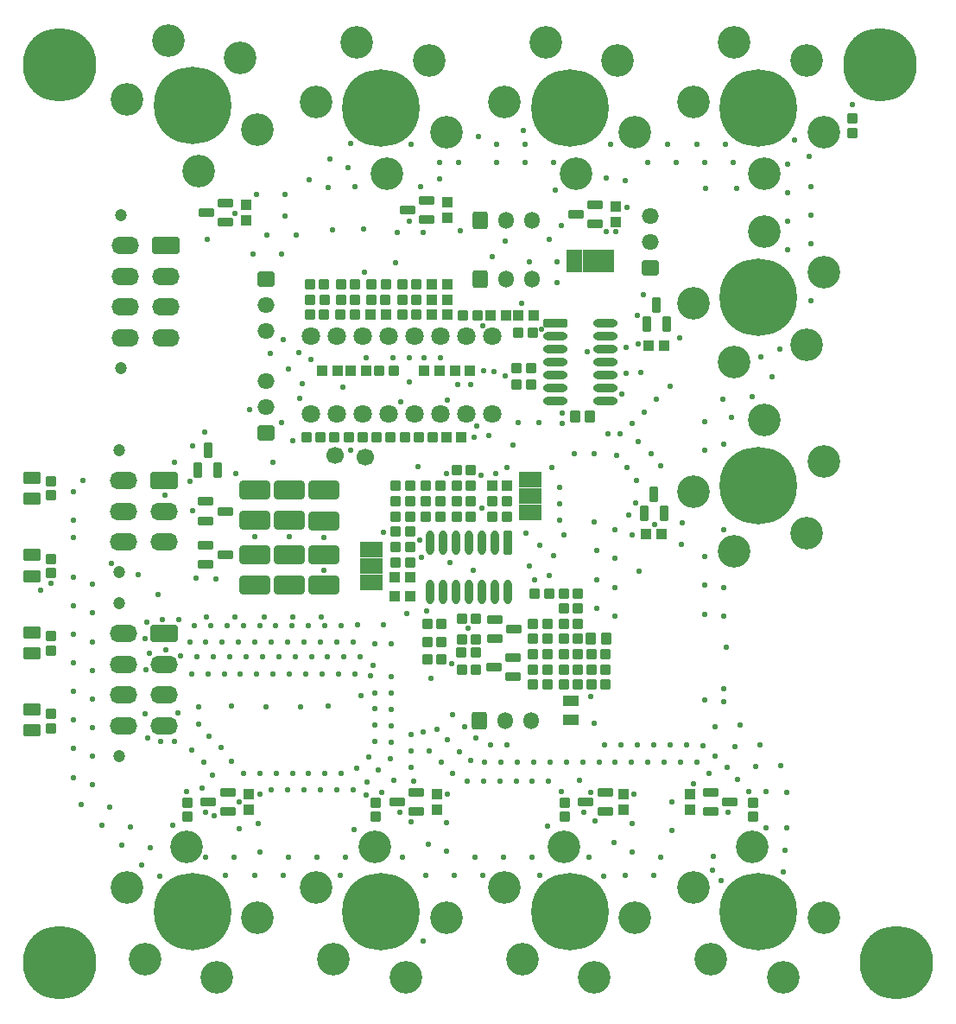
<source format=gbr>
%TF.GenerationSoftware,Altium Limited,Altium Designer,23.5.1 (21)*%
G04 Layer_Color=32768*
%FSLAX45Y45*%
%MOMM*%
%TF.SameCoordinates,33354463-9AA4-47E1-AEF5-84200F0A8FA4*%
%TF.FilePolarity,Negative*%
%TF.FileFunction,Soldermask,Top*%
%TF.Part,Single*%
G01*
G75*
%TA.AperFunction,SMDPad,CuDef*%
G04:AMPARAMS|DCode=53|XSize=1.1mm|YSize=1mm|CornerRadius=0.18mm|HoleSize=0mm|Usage=FLASHONLY|Rotation=0.000|XOffset=0mm|YOffset=0mm|HoleType=Round|Shape=RoundedRectangle|*
%AMROUNDEDRECTD53*
21,1,1.10000,0.64000,0,0,0.0*
21,1,0.74000,1.00000,0,0,0.0*
1,1,0.36000,0.37000,-0.32000*
1,1,0.36000,-0.37000,-0.32000*
1,1,0.36000,-0.37000,0.32000*
1,1,0.36000,0.37000,0.32000*
%
%ADD53ROUNDEDRECTD53*%
G04:AMPARAMS|DCode=54|XSize=1.7mm|YSize=1.2mm|CornerRadius=0.2mm|HoleSize=0mm|Usage=FLASHONLY|Rotation=180.000|XOffset=0mm|YOffset=0mm|HoleType=Round|Shape=RoundedRectangle|*
%AMROUNDEDRECTD54*
21,1,1.70000,0.80000,0,0,180.0*
21,1,1.30000,1.20000,0,0,180.0*
1,1,0.40000,-0.65000,0.40000*
1,1,0.40000,0.65000,0.40000*
1,1,0.40000,0.65000,-0.40000*
1,1,0.40000,-0.65000,-0.40000*
%
%ADD54ROUNDEDRECTD54*%
G04:AMPARAMS|DCode=55|XSize=1.1mm|YSize=1mm|CornerRadius=0.18mm|HoleSize=0mm|Usage=FLASHONLY|Rotation=270.000|XOffset=0mm|YOffset=0mm|HoleType=Round|Shape=RoundedRectangle|*
%AMROUNDEDRECTD55*
21,1,1.10000,0.64000,0,0,270.0*
21,1,0.74000,1.00000,0,0,270.0*
1,1,0.36000,-0.32000,-0.37000*
1,1,0.36000,-0.32000,0.37000*
1,1,0.36000,0.32000,0.37000*
1,1,0.36000,0.32000,-0.37000*
%
%ADD55ROUNDEDRECTD55*%
%ADD56R,1.00000X1.00000*%
%ADD57R,1.50000X1.10000*%
%ADD58R,1.00000X1.00000*%
G04:AMPARAMS|DCode=59|XSize=3mm|YSize=1.8mm|CornerRadius=0.26mm|HoleSize=0mm|Usage=FLASHONLY|Rotation=180.000|XOffset=0mm|YOffset=0mm|HoleType=Round|Shape=RoundedRectangle|*
%AMROUNDEDRECTD59*
21,1,3.00000,1.28000,0,0,180.0*
21,1,2.48000,1.80000,0,0,180.0*
1,1,0.52000,-1.24000,0.64000*
1,1,0.52000,1.24000,0.64000*
1,1,0.52000,1.24000,-0.64000*
1,1,0.52000,-1.24000,-0.64000*
%
%ADD59ROUNDEDRECTD59*%
G04:AMPARAMS|DCode=60|XSize=1.15mm|YSize=1.05mm|CornerRadius=0.185mm|HoleSize=0mm|Usage=FLASHONLY|Rotation=90.000|XOffset=0mm|YOffset=0mm|HoleType=Round|Shape=RoundedRectangle|*
%AMROUNDEDRECTD60*
21,1,1.15000,0.68000,0,0,90.0*
21,1,0.78000,1.05000,0,0,90.0*
1,1,0.37000,0.34000,0.39000*
1,1,0.37000,0.34000,-0.39000*
1,1,0.37000,-0.34000,-0.39000*
1,1,0.37000,-0.34000,0.39000*
%
%ADD60ROUNDEDRECTD60*%
G04:AMPARAMS|DCode=61|XSize=0.8mm|YSize=1.6mm|CornerRadius=0.16mm|HoleSize=0mm|Usage=FLASHONLY|Rotation=90.000|XOffset=0mm|YOffset=0mm|HoleType=Round|Shape=RoundedRectangle|*
%AMROUNDEDRECTD61*
21,1,0.80000,1.28000,0,0,90.0*
21,1,0.48000,1.60000,0,0,90.0*
1,1,0.32000,0.64000,0.24000*
1,1,0.32000,0.64000,-0.24000*
1,1,0.32000,-0.64000,-0.24000*
1,1,0.32000,-0.64000,0.24000*
%
%ADD61ROUNDEDRECTD61*%
G04:AMPARAMS|DCode=62|XSize=0.8mm|YSize=1.6mm|CornerRadius=0.16mm|HoleSize=0mm|Usage=FLASHONLY|Rotation=180.000|XOffset=0mm|YOffset=0mm|HoleType=Round|Shape=RoundedRectangle|*
%AMROUNDEDRECTD62*
21,1,0.80000,1.28000,0,0,180.0*
21,1,0.48000,1.60000,0,0,180.0*
1,1,0.32000,-0.24000,0.64000*
1,1,0.32000,0.24000,0.64000*
1,1,0.32000,0.24000,-0.64000*
1,1,0.32000,-0.24000,-0.64000*
%
%ADD62ROUNDEDRECTD62*%
%ADD63R,2.20000X1.50000*%
%ADD64R,1.50000X2.20000*%
%ADD65C,1.70000*%
%ADD66O,0.80000X2.40000*%
G04:AMPARAMS|DCode=67|XSize=0.8mm|YSize=2.4mm|CornerRadius=0.16mm|HoleSize=0mm|Usage=FLASHONLY|Rotation=0.000|XOffset=0mm|YOffset=0mm|HoleType=Round|Shape=RoundedRectangle|*
%AMROUNDEDRECTD67*
21,1,0.80000,2.08000,0,0,0.0*
21,1,0.48000,2.40000,0,0,0.0*
1,1,0.32000,0.24000,-1.04000*
1,1,0.32000,-0.24000,-1.04000*
1,1,0.32000,-0.24000,1.04000*
1,1,0.32000,0.24000,1.04000*
%
%ADD67ROUNDEDRECTD67*%
%ADD68O,2.40000X0.80000*%
G04:AMPARAMS|DCode=69|XSize=0.8mm|YSize=2.4mm|CornerRadius=0.16mm|HoleSize=0mm|Usage=FLASHONLY|Rotation=90.000|XOffset=0mm|YOffset=0mm|HoleType=Round|Shape=RoundedRectangle|*
%AMROUNDEDRECTD69*
21,1,0.80000,2.08000,0,0,90.0*
21,1,0.48000,2.40000,0,0,90.0*
1,1,0.32000,1.04000,0.24000*
1,1,0.32000,1.04000,-0.24000*
1,1,0.32000,-1.04000,-0.24000*
1,1,0.32000,-1.04000,0.24000*
%
%ADD69ROUNDEDRECTD69*%
%TA.AperFunction,ComponentPad*%
G04:AMPARAMS|DCode=70|XSize=2.7mm|YSize=1.7mm|CornerRadius=0.25mm|HoleSize=0mm|Usage=FLASHONLY|Rotation=0.000|XOffset=0mm|YOffset=0mm|HoleType=Round|Shape=RoundedRectangle|*
%AMROUNDEDRECTD70*
21,1,2.70000,1.20000,0,0,0.0*
21,1,2.20000,1.70000,0,0,0.0*
1,1,0.50000,1.10000,-0.60000*
1,1,0.50000,-1.10000,-0.60000*
1,1,0.50000,-1.10000,0.60000*
1,1,0.50000,1.10000,0.60000*
%
%ADD70ROUNDEDRECTD70*%
%ADD71O,2.70000X1.70000*%
%ADD72C,1.20000*%
%ADD73C,7.60000*%
%ADD74C,3.20000*%
%ADD75O,1.50000X1.70000*%
G04:AMPARAMS|DCode=76|XSize=1.7mm|YSize=1.5mm|CornerRadius=0.23mm|HoleSize=0mm|Usage=FLASHONLY|Rotation=90.000|XOffset=0mm|YOffset=0mm|HoleType=Round|Shape=RoundedRectangle|*
%AMROUNDEDRECTD76*
21,1,1.70000,1.04000,0,0,90.0*
21,1,1.24000,1.50000,0,0,90.0*
1,1,0.46000,0.52000,0.62000*
1,1,0.46000,0.52000,-0.62000*
1,1,0.46000,-0.52000,-0.62000*
1,1,0.46000,-0.52000,0.62000*
%
%ADD76ROUNDEDRECTD76*%
%ADD77C,1.80000*%
%ADD78O,1.70000X1.50000*%
G04:AMPARAMS|DCode=79|XSize=1.7mm|YSize=1.5mm|CornerRadius=0.23mm|HoleSize=0mm|Usage=FLASHONLY|Rotation=180.000|XOffset=0mm|YOffset=0mm|HoleType=Round|Shape=RoundedRectangle|*
%AMROUNDEDRECTD79*
21,1,1.70000,1.04000,0,0,180.0*
21,1,1.24000,1.50000,0,0,180.0*
1,1,0.46000,-0.62000,0.52000*
1,1,0.46000,0.62000,0.52000*
1,1,0.46000,0.62000,-0.52000*
1,1,0.46000,-0.62000,-0.52000*
%
%ADD79ROUNDEDRECTD79*%
%TA.AperFunction,ViaPad*%
%ADD80C,7.20000*%
%ADD81C,0.55000*%
D53*
X510000Y4420000D02*
D03*
Y4560000D02*
D03*
Y5180000D02*
D03*
Y5320000D02*
D03*
Y3660000D02*
D03*
Y3800000D02*
D03*
Y3040000D02*
D03*
Y2900000D02*
D03*
X8370000Y8870000D02*
D03*
Y8730000D02*
D03*
X7400000Y2170000D02*
D03*
Y2030000D02*
D03*
X3700000Y2170000D02*
D03*
Y2030000D02*
D03*
X5550000Y2170000D02*
D03*
Y2030000D02*
D03*
X1850000Y2170000D02*
D03*
Y2030000D02*
D03*
D54*
X330000Y4595833D02*
D03*
Y4390833D02*
D03*
Y5352500D02*
D03*
Y5147499D02*
D03*
Y3082500D02*
D03*
Y2877500D02*
D03*
Y3839167D02*
D03*
Y3634166D02*
D03*
D55*
X3792000Y7100000D02*
D03*
X3652000D02*
D03*
X3355000Y7250000D02*
D03*
X3495000D02*
D03*
X3981000Y5750000D02*
D03*
X3841000D02*
D03*
X3291000D02*
D03*
X3431000D02*
D03*
X3706000D02*
D03*
X3566000D02*
D03*
X3016000D02*
D03*
X3156000D02*
D03*
X3052000Y6950000D02*
D03*
X3192000D02*
D03*
X3052000Y7250000D02*
D03*
X3192000D02*
D03*
X3355000Y7100000D02*
D03*
X3495000D02*
D03*
X3795000Y7250000D02*
D03*
X3655000D02*
D03*
X3195000Y7100000D02*
D03*
X3055000D02*
D03*
X3352000Y6950000D02*
D03*
X3492000D02*
D03*
X3955000D02*
D03*
X4095000D02*
D03*
X4256000Y5750000D02*
D03*
X4116000D02*
D03*
X3955000Y7250000D02*
D03*
X4095000D02*
D03*
X3870000Y6400000D02*
D03*
X3730000D02*
D03*
X4095000Y7100000D02*
D03*
X3955000D02*
D03*
X5537973Y4070000D02*
D03*
X5677973D02*
D03*
X5541000Y3775000D02*
D03*
X5681000D02*
D03*
X5537973Y3920509D02*
D03*
X5677973D02*
D03*
X5541000Y3625000D02*
D03*
X5681000D02*
D03*
X5381000Y3475000D02*
D03*
X5241000D02*
D03*
X5681000D02*
D03*
X5541000D02*
D03*
X5541000Y3325000D02*
D03*
X5681000D02*
D03*
X5241000Y3775000D02*
D03*
X5381000D02*
D03*
X5241000Y3625000D02*
D03*
X5381000D02*
D03*
X5241000Y3925000D02*
D03*
X5381000D02*
D03*
X4202585Y3575000D02*
D03*
X4342585D02*
D03*
X4535260Y3640000D02*
D03*
X4675260D02*
D03*
X4541000Y3770000D02*
D03*
X4681000D02*
D03*
X5537973Y4218000D02*
D03*
X5677973D02*
D03*
X4541000Y3975000D02*
D03*
X4681000D02*
D03*
X5381000Y3325000D02*
D03*
X5241000D02*
D03*
X4681000Y3470000D02*
D03*
X4541000D02*
D03*
X5395000Y4216788D02*
D03*
X5255000D02*
D03*
X5810000Y3325000D02*
D03*
X5950000D02*
D03*
Y3475000D02*
D03*
X5810000D02*
D03*
Y3625000D02*
D03*
X5950000D02*
D03*
X4841000Y5125000D02*
D03*
X4981000D02*
D03*
Y4975000D02*
D03*
X4841000D02*
D03*
X4491000Y5125000D02*
D03*
X4631000D02*
D03*
Y4975000D02*
D03*
X4491000D02*
D03*
X4555000Y6947500D02*
D03*
X4695000D02*
D03*
X5232813Y6777528D02*
D03*
X5092813D02*
D03*
X3891000Y5125000D02*
D03*
X4031000D02*
D03*
X3891000Y4675000D02*
D03*
X4031000D02*
D03*
X3891000Y4975000D02*
D03*
X4031000D02*
D03*
X3891000Y4825000D02*
D03*
X4031000D02*
D03*
X3891000Y5275000D02*
D03*
X4031000D02*
D03*
Y4525000D02*
D03*
X3891000D02*
D03*
X4191000Y4975000D02*
D03*
X4331000D02*
D03*
X4191000Y5125000D02*
D03*
X4331000D02*
D03*
X4191000Y5275000D02*
D03*
X4331000D02*
D03*
X4491000Y5275000D02*
D03*
X4631000D02*
D03*
X4491000Y5425000D02*
D03*
X4631000D02*
D03*
X4202585Y3745000D02*
D03*
X4342585D02*
D03*
X4202585Y3919738D02*
D03*
X4342585D02*
D03*
X5220000Y6263530D02*
D03*
X5080000D02*
D03*
X5220000Y6428023D02*
D03*
X5080000D02*
D03*
D56*
X5095189Y6945000D02*
D03*
X5245189D02*
D03*
X4386000Y5750000D02*
D03*
X4536000D02*
D03*
X3797000Y6950000D02*
D03*
X3647000D02*
D03*
X4250000Y7250000D02*
D03*
X4400000D02*
D03*
X4397000Y6950000D02*
D03*
X4247000D02*
D03*
X4250000Y7100000D02*
D03*
X4400000D02*
D03*
X3322000Y6400000D02*
D03*
X3172000D02*
D03*
X4172001Y6402574D02*
D03*
X4322001D02*
D03*
X3886000Y4189981D02*
D03*
X4036000D02*
D03*
X4986000Y5275000D02*
D03*
X4836000D02*
D03*
X4825000Y6945000D02*
D03*
X4975000D02*
D03*
X4036000Y4375000D02*
D03*
X3886000D02*
D03*
X6524999Y6650000D02*
D03*
X6374999D02*
D03*
X6499999Y4800000D02*
D03*
X6349999D02*
D03*
X3450000Y6400000D02*
D03*
X3600000D02*
D03*
X4622000Y6402574D02*
D03*
X4472000D02*
D03*
D57*
X5611000Y2980000D02*
D03*
Y3170000D02*
D03*
D58*
X6775000Y2100000D02*
D03*
Y2250000D02*
D03*
X4300000Y2250000D02*
D03*
Y2100000D02*
D03*
X6125000Y2250000D02*
D03*
Y2100000D02*
D03*
X2450000Y2250000D02*
D03*
Y2100000D02*
D03*
X4401970Y8051222D02*
D03*
Y7901222D02*
D03*
X2425000Y8025000D02*
D03*
Y7875000D02*
D03*
X6050000Y8010914D02*
D03*
Y7860914D02*
D03*
D59*
X3190000Y4300000D02*
D03*
Y4600000D02*
D03*
X2850000Y4300000D02*
D03*
Y4600000D02*
D03*
X2510000Y4300000D02*
D03*
Y4600000D02*
D03*
X3190000Y5229999D02*
D03*
Y4930000D02*
D03*
X2851678Y5235855D02*
D03*
Y4935855D02*
D03*
X2511677Y5235855D02*
D03*
Y4935855D02*
D03*
D60*
X5647552Y5950433D02*
D03*
X5792552D02*
D03*
X5807500Y3775000D02*
D03*
X5952500D02*
D03*
D61*
X6980000Y2270000D02*
D03*
Y2080000D02*
D03*
X7170000Y2175000D02*
D03*
X4095000Y2080000D02*
D03*
Y2270000D02*
D03*
X3905000Y2175000D02*
D03*
X5945000Y2080000D02*
D03*
Y2270000D02*
D03*
X5755000Y2175000D02*
D03*
X2245000Y2080000D02*
D03*
Y2270000D02*
D03*
X2055000Y2175000D02*
D03*
X2030000Y4695000D02*
D03*
Y4505000D02*
D03*
X2220000Y4600000D02*
D03*
X2030000Y5120000D02*
D03*
Y4930000D02*
D03*
X2220000Y5025000D02*
D03*
X4196970Y7881222D02*
D03*
Y8071222D02*
D03*
X4006970Y7976223D02*
D03*
X2225000Y7855000D02*
D03*
Y8045000D02*
D03*
X2035000Y7950000D02*
D03*
X5848051Y7840914D02*
D03*
Y8030914D02*
D03*
X5658051Y7935914D02*
D03*
X5045000Y3405000D02*
D03*
Y3595000D02*
D03*
X4855000Y3500000D02*
D03*
X4861000Y3965000D02*
D03*
Y3775000D02*
D03*
X5051000Y3870000D02*
D03*
D62*
X1955000Y5430000D02*
D03*
X2145000D02*
D03*
X2050000Y5620000D02*
D03*
X6355000Y6855000D02*
D03*
X6545000D02*
D03*
X6450000Y7045000D02*
D03*
X6330000Y5001954D02*
D03*
X6520000D02*
D03*
X6425000Y5191954D02*
D03*
D63*
X5211000Y5175000D02*
D03*
Y5335000D02*
D03*
Y5015000D02*
D03*
X3650000Y4490000D02*
D03*
Y4330000D02*
D03*
Y4650000D02*
D03*
D64*
X5800000Y7475000D02*
D03*
X5640000D02*
D03*
X5960000D02*
D03*
D65*
X3596000Y5557493D02*
D03*
X3302000Y5570000D02*
D03*
D66*
X4230000Y4232500D02*
D03*
X4357000D02*
D03*
X4484000D02*
D03*
X4611000D02*
D03*
X4738000D02*
D03*
X4865000D02*
D03*
X4992000D02*
D03*
X4230000Y4717500D02*
D03*
X4357000D02*
D03*
X4484000D02*
D03*
X4611000D02*
D03*
X4738000D02*
D03*
X4865000D02*
D03*
D67*
X4992000D02*
D03*
D68*
X5944889Y6103818D02*
D03*
Y6230818D02*
D03*
Y6357818D02*
D03*
Y6484818D02*
D03*
Y6611818D02*
D03*
Y6738818D02*
D03*
Y6865818D02*
D03*
X5459889Y6103818D02*
D03*
Y6230818D02*
D03*
Y6357818D02*
D03*
Y6484818D02*
D03*
Y6611818D02*
D03*
Y6738818D02*
D03*
D69*
Y6865818D02*
D03*
D70*
X1640000Y7625273D02*
D03*
X1625000Y5325000D02*
D03*
Y3825000D02*
D03*
D71*
X1240000Y7625273D02*
D03*
X1640000Y7325273D02*
D03*
X1240000D02*
D03*
X1640000Y7025273D02*
D03*
X1240000D02*
D03*
X1640000Y6725273D02*
D03*
X1240000D02*
D03*
X1225000Y5325000D02*
D03*
X1625000Y5025000D02*
D03*
X1225000D02*
D03*
X1625000Y4725000D02*
D03*
X1225000D02*
D03*
Y2925000D02*
D03*
X1625000D02*
D03*
X1225000Y3225000D02*
D03*
X1625000D02*
D03*
X1225000Y3525000D02*
D03*
X1625000D02*
D03*
X1225000Y3825000D02*
D03*
D72*
X1196000Y7925273D02*
D03*
Y6425273D02*
D03*
X1181000Y5625000D02*
D03*
Y4425000D02*
D03*
Y2625000D02*
D03*
Y4125000D02*
D03*
D73*
X7450000Y1100000D02*
D03*
X7450000Y5275000D02*
D03*
Y7125000D02*
D03*
X7450000Y8975000D02*
D03*
X5600000D02*
D03*
X1900000Y1100000D02*
D03*
Y9000000D02*
D03*
X5600000Y1100000D02*
D03*
X3750000Y8975000D02*
D03*
Y1100000D02*
D03*
D74*
X6983000Y633000D02*
D03*
X7690000Y460000D02*
D03*
X6810000Y1340000D02*
D03*
X7390000Y1740000D02*
D03*
X8090000Y1040000D02*
D03*
X7917000Y4808000D02*
D03*
X8090000Y5515000D02*
D03*
X7210000Y4635000D02*
D03*
X6810000Y5215000D02*
D03*
X7509999Y5915000D02*
D03*
X7917000Y6658000D02*
D03*
X8090000Y7365000D02*
D03*
X7210000Y6485000D02*
D03*
X6810000Y7065000D02*
D03*
X7509999Y7765000D02*
D03*
X7917000Y9442000D02*
D03*
X7210000Y9615000D02*
D03*
X8090000Y8735000D02*
D03*
X7510000Y8335000D02*
D03*
X6810000Y9035000D02*
D03*
X6067000Y9442000D02*
D03*
X5360000Y9615000D02*
D03*
X6240000Y8735000D02*
D03*
X5660000Y8335000D02*
D03*
X4960000Y9035000D02*
D03*
X1433000Y633000D02*
D03*
X2140000Y460000D02*
D03*
X1260000Y1340000D02*
D03*
X1840000Y1740000D02*
D03*
X2540000Y1040000D02*
D03*
X2367000Y9467000D02*
D03*
X1660000Y9640000D02*
D03*
X2540000Y8760000D02*
D03*
X1960000Y8360000D02*
D03*
X1260000Y9060000D02*
D03*
X5133000Y633000D02*
D03*
X5840000Y460000D02*
D03*
X4960000Y1340000D02*
D03*
X5540000Y1740000D02*
D03*
X6240000Y1040000D02*
D03*
X4217000Y9442000D02*
D03*
X3510000Y9615000D02*
D03*
X4390000Y8735000D02*
D03*
X3809999Y8335000D02*
D03*
X3110000Y9035000D02*
D03*
X3283000Y633000D02*
D03*
X3990000Y460000D02*
D03*
X3110000Y1340000D02*
D03*
X3690000Y1740000D02*
D03*
X4390000Y1040000D02*
D03*
D75*
X5219000Y2975000D02*
D03*
X4965000D02*
D03*
X5229000Y7300000D02*
D03*
X4975000D02*
D03*
X5225000Y7875000D02*
D03*
X4971000D02*
D03*
D76*
X4711000Y2975000D02*
D03*
X4721000Y7300000D02*
D03*
X4717000Y7875000D02*
D03*
D77*
X3059000Y6737000D02*
D03*
X3313000D02*
D03*
X3567000D02*
D03*
X3821000D02*
D03*
X4075000D02*
D03*
X4329000D02*
D03*
X4583000D02*
D03*
X4837000D02*
D03*
Y5975000D02*
D03*
X4583000D02*
D03*
X4329000D02*
D03*
X4075000D02*
D03*
X3821000D02*
D03*
X3567000D02*
D03*
X3313000D02*
D03*
X3059000D02*
D03*
D78*
X2622000Y6300000D02*
D03*
Y6046000D02*
D03*
Y6792000D02*
D03*
Y7046000D02*
D03*
X6389144Y7918000D02*
D03*
Y7664000D02*
D03*
D79*
X2622000Y5792000D02*
D03*
Y7300000D02*
D03*
X6389144Y7410000D02*
D03*
D80*
X599999Y9400000D02*
D03*
X8639999D02*
D03*
X8800000Y600000D02*
D03*
X600000D02*
D03*
D81*
X1758903Y3050000D02*
D03*
X1432800Y3040000D02*
D03*
X1460000Y2800000D02*
D03*
X1585000Y2770000D02*
D03*
X1722910D02*
D03*
X1890694Y2681014D02*
D03*
X2010000Y2565000D02*
D03*
X2280000Y2578656D02*
D03*
X2181000Y2710000D02*
D03*
X2061444Y2824137D02*
D03*
X1960000Y2938656D02*
D03*
X3230000Y3120000D02*
D03*
X2960000Y3110000D02*
D03*
X2620000D02*
D03*
X2280000Y3120000D02*
D03*
X1960000Y3110000D02*
D03*
X4159660Y2860340D02*
D03*
X3550000Y3220000D02*
D03*
X3687800Y3247167D02*
D03*
X3852200Y3082233D02*
D03*
Y3242233D02*
D03*
X730000Y4770000D02*
D03*
X410000Y4250000D02*
D03*
X733869Y5217803D02*
D03*
X733546Y3818125D02*
D03*
Y4378125D02*
D03*
X510000Y4320000D02*
D03*
X7657334Y6611789D02*
D03*
X7960881Y7644859D02*
D03*
Y7924859D02*
D03*
Y8204860D02*
D03*
Y7084859D02*
D03*
X7946348Y8501652D02*
D03*
X7690000Y1492961D02*
D03*
X7085000Y1410000D02*
D03*
X4160000Y810000D02*
D03*
X1580000Y1448369D02*
D03*
X7800000Y8660000D02*
D03*
X5140000Y8751743D02*
D03*
X7738546Y8424399D02*
D03*
Y7864399D02*
D03*
Y8144399D02*
D03*
Y7584398D02*
D03*
X5319504Y6806550D02*
D03*
X6319314Y7145525D02*
D03*
X6264385Y6946228D02*
D03*
X5128690Y7064065D02*
D03*
X5772602Y6586313D02*
D03*
X5475000Y7267810D02*
D03*
X6159475Y8005914D02*
D03*
X5442088Y8438546D02*
D03*
X5952807Y7765000D02*
D03*
X6052807Y7765005D02*
D03*
X4028026Y7865000D02*
D03*
X6210000Y4790467D02*
D03*
X6176012Y4986269D02*
D03*
X5400000Y7690000D02*
D03*
X5202811Y7472574D02*
D03*
X3480218Y1910000D02*
D03*
X2880000Y5716209D02*
D03*
X2770000Y5894981D02*
D03*
X3450000Y5620000D02*
D03*
X3890525Y7458203D02*
D03*
X3495000Y8204012D02*
D03*
X3579999Y7786190D02*
D03*
X2044202Y7689134D02*
D03*
X2920995Y7728065D02*
D03*
X2495466Y7546000D02*
D03*
X2770000D02*
D03*
X4397000Y6117408D02*
D03*
X5973950Y5785037D02*
D03*
X4112000Y5460000D02*
D03*
X5039375Y5671751D02*
D03*
X4806673Y5765231D02*
D03*
X5525000Y5885922D02*
D03*
Y5987500D02*
D03*
X5094965Y5894980D02*
D03*
X5292813D02*
D03*
X6095219Y5780000D02*
D03*
X5839991Y5590000D02*
D03*
X4146000Y4575865D02*
D03*
X6930000Y8190000D02*
D03*
X7235000D02*
D03*
X5520383Y7825000D02*
D03*
X4839999Y7520000D02*
D03*
X4962504Y7670000D02*
D03*
X4163375Y7754319D02*
D03*
X4502813Y6268530D02*
D03*
X4855314Y6393655D02*
D03*
X4755916Y6404618D02*
D03*
X4969604Y6348335D02*
D03*
X4389992Y5389989D02*
D03*
X4600840Y3874738D02*
D03*
X5456000Y8171533D02*
D03*
X2460000Y6022000D02*
D03*
X8370000Y9010000D02*
D03*
X5475000Y7472574D02*
D03*
X3587000Y7371000D02*
D03*
X1900000Y5667981D02*
D03*
X2840000Y6420000D02*
D03*
X2658987Y6567754D02*
D03*
X4328213Y6527778D02*
D03*
X4028248Y6290000D02*
D03*
X4022635Y6527778D02*
D03*
X3943187Y6093718D02*
D03*
X3058925Y6513503D02*
D03*
X3869026Y6527778D02*
D03*
X4172001Y6531000D02*
D03*
X3599813D02*
D03*
X3373077Y6241013D02*
D03*
X6055548Y5570000D02*
D03*
X6255000Y5330000D02*
D03*
X6485855Y5470000D02*
D03*
X6395000Y5590090D02*
D03*
X6269035Y5704134D02*
D03*
X6585000Y6246000D02*
D03*
X6450233Y6118553D02*
D03*
X6331000Y5999435D02*
D03*
X6210000Y5886220D02*
D03*
X5837745Y2950000D02*
D03*
X5800000Y3210000D02*
D03*
X5400179Y4399134D02*
D03*
X5441549Y4590401D02*
D03*
X4738355Y5053248D02*
D03*
X4876685Y5391934D02*
D03*
X3774837Y4821279D02*
D03*
X4130451Y4745000D02*
D03*
X5255000Y4356741D02*
D03*
X4444285Y3535470D02*
D03*
X4197426Y4050000D02*
D03*
X4240762Y3384741D02*
D03*
X4001000Y4024700D02*
D03*
X6680000Y6720000D02*
D03*
X7121516Y8621454D02*
D03*
X6841516D02*
D03*
X6561516D02*
D03*
X6001515D02*
D03*
X5161515D02*
D03*
X4881514D02*
D03*
X4704502Y8700000D02*
D03*
X4041514Y8621454D02*
D03*
X3449004Y8627953D02*
D03*
X3243937Y8473273D02*
D03*
X3045947Y8275283D02*
D03*
X2806149Y8130725D02*
D03*
X2526149D02*
D03*
X2318546Y7942839D02*
D03*
X2632000Y7730000D02*
D03*
X2806149Y7915758D02*
D03*
X3274402Y7780000D02*
D03*
X3226057Y8196721D02*
D03*
X3424046Y8394711D02*
D03*
X4133546Y8204012D02*
D03*
X3906007Y7754319D02*
D03*
X4523000Y7774256D02*
D03*
X4322087Y8285413D02*
D03*
Y8438546D02*
D03*
X4510000D02*
D03*
X4882088D02*
D03*
X5162088D02*
D03*
X5958546Y8288586D02*
D03*
X6141454Y8263969D02*
D03*
X6360367Y8438546D02*
D03*
X6640367D02*
D03*
X6920367D02*
D03*
X7200367Y8438594D02*
D03*
X7468133Y6538147D02*
D03*
X7098993Y6118553D02*
D03*
X6923546Y5900337D02*
D03*
Y5620337D02*
D03*
X6701631Y4914492D02*
D03*
X6427746Y4893471D02*
D03*
X6247236Y5107518D02*
D03*
X6275000Y4440000D02*
D03*
X6690000Y4699533D02*
D03*
X6923546Y4578265D02*
D03*
Y4298264D02*
D03*
Y4018264D02*
D03*
Y3178264D02*
D03*
X7023827Y2916837D02*
D03*
X7221817Y2718847D02*
D03*
X7419807Y2520857D02*
D03*
X7522047Y1920000D02*
D03*
X6810711Y2355964D02*
D03*
X6598546Y2173246D02*
D03*
Y1893245D02*
D03*
X6486929Y1636454D02*
D03*
X6211454Y1686589D02*
D03*
Y1966590D02*
D03*
X5849106Y1991653D02*
D03*
X6028546Y1776708D02*
D03*
X5786205Y1636454D02*
D03*
X5226205D02*
D03*
X4946205D02*
D03*
X4666205D02*
D03*
X4391454Y1690419D02*
D03*
Y1970419D02*
D03*
X4041605Y1983542D02*
D03*
X4208546Y1758751D02*
D03*
X3956666Y1636454D02*
D03*
X3396666D02*
D03*
X3116665D02*
D03*
X2836665D02*
D03*
X2561432Y1687903D02*
D03*
X2541454Y1967190D02*
D03*
X2355788Y2176781D02*
D03*
X2110392Y2041944D02*
D03*
X2358546Y1912252D02*
D03*
X2310220Y1636454D02*
D03*
X2030220D02*
D03*
X1487108Y1732227D02*
D03*
X1289118Y1930217D02*
D03*
X1091128Y2128207D02*
D03*
X916454Y2347042D02*
D03*
Y2627042D02*
D03*
Y2907043D02*
D03*
Y3187043D02*
D03*
Y3467043D02*
D03*
Y3747043D02*
D03*
Y4027044D02*
D03*
Y4307044D02*
D03*
X1105549Y4513546D02*
D03*
X1364539Y4407131D02*
D03*
X1562529Y4209141D02*
D03*
X2039903Y3988546D02*
D03*
X2319903D02*
D03*
X2599904D02*
D03*
X2879904D02*
D03*
X3159904D02*
D03*
X1631003Y5182800D02*
D03*
X1874774Y5320552D02*
D03*
X5537973Y4790000D02*
D03*
X5840000Y4916954D02*
D03*
X5861046Y4636741D02*
D03*
Y4356741D02*
D03*
Y4076740D02*
D03*
X6043954Y4000808D02*
D03*
Y4280808D02*
D03*
Y4560809D02*
D03*
Y4840809D02*
D03*
X6160000Y5453199D02*
D03*
X5639492Y5590000D02*
D03*
X6269035Y6666267D02*
D03*
X6292799Y6387277D02*
D03*
X6112122Y6173371D02*
D03*
X2687379Y5502543D02*
D03*
X2327929Y5392581D02*
D03*
X1724954Y5502543D02*
D03*
X733546Y4938126D02*
D03*
Y4098125D02*
D03*
Y3538125D02*
D03*
Y3258125D02*
D03*
Y2978124D02*
D03*
Y2698124D02*
D03*
Y2418124D02*
D03*
X811477Y2149187D02*
D03*
X1009467Y1951198D02*
D03*
X1207457Y1753207D02*
D03*
X1405447Y1555217D02*
D03*
X2226336Y1453546D02*
D03*
X2506337D02*
D03*
X2786337D02*
D03*
X3346337D02*
D03*
X4186338D02*
D03*
X4466338D02*
D03*
X4746338D02*
D03*
X5306339D02*
D03*
X5930000Y1448369D02*
D03*
X6146339Y1453546D02*
D03*
X6426339D02*
D03*
X7708897Y1699409D02*
D03*
X7730000Y1920000D02*
D03*
Y2270000D02*
D03*
X7663612Y2535723D02*
D03*
X7465622Y2733713D02*
D03*
X7267632Y2931703D02*
D03*
X7106454Y3160661D02*
D03*
X7109999Y3290000D02*
D03*
X7129999Y3690000D02*
D03*
X7106454Y4000661D02*
D03*
Y4280661D02*
D03*
Y4840662D02*
D03*
Y5680663D02*
D03*
X7187720Y5948610D02*
D03*
X7385710Y6146600D02*
D03*
X7583701Y6344590D02*
D03*
X2940013Y6582001D02*
D03*
X2787053Y6706267D02*
D03*
X2952596Y6128812D02*
D03*
X4625000Y6265882D02*
D03*
X6150000Y6376632D02*
D03*
Y6627000D02*
D03*
X4224443Y2679308D02*
D03*
X4337580Y2566171D02*
D03*
X4450718Y2453034D02*
D03*
X4591926Y2377800D02*
D03*
X4751926D02*
D03*
X4911927D02*
D03*
X5071927D02*
D03*
X5231927D02*
D03*
X5391927D02*
D03*
X5515876Y2276623D02*
D03*
X5376533Y1940000D02*
D03*
X5740141Y2078542D02*
D03*
X5804373Y2271459D02*
D03*
X5693977Y2387272D02*
D03*
X4400000Y2790000D02*
D03*
X3517158Y3914473D02*
D03*
X3357323Y3907200D02*
D03*
X3197323D02*
D03*
X3037323D02*
D03*
X2877323D02*
D03*
X2717323D02*
D03*
X2557323D02*
D03*
X2397322D02*
D03*
X2237322D02*
D03*
X2077322D02*
D03*
X1917322D02*
D03*
X1766186Y3959717D02*
D03*
X1606361Y3967200D02*
D03*
X1449795Y3934228D02*
D03*
X1432800Y3775133D02*
D03*
X1871794Y3742800D02*
D03*
X2031794D02*
D03*
X2191794D02*
D03*
X2351795D02*
D03*
X2511795D02*
D03*
X2671795D02*
D03*
X2831795D02*
D03*
X2991795D02*
D03*
X3151796D02*
D03*
X3311796D02*
D03*
X3471796D02*
D03*
X3870151Y2386399D02*
D03*
X3757192Y2273083D02*
D03*
X3600415Y2241129D02*
D03*
X3934290Y2078542D02*
D03*
X4070000Y2377800D02*
D03*
X4043200Y2517343D02*
D03*
Y2677343D02*
D03*
Y2837344D02*
D03*
X5166000Y4814114D02*
D03*
X3687800Y3727168D02*
D03*
Y3087167D02*
D03*
Y2927167D02*
D03*
Y2767166D02*
D03*
X3624131Y2620380D02*
D03*
X3510993Y2507242D02*
D03*
X3359020Y2457200D02*
D03*
X3199020D02*
D03*
X3039020D02*
D03*
X2879020D02*
D03*
X2719019D02*
D03*
X2559019D02*
D03*
X2399019D02*
D03*
X2092800Y2442329D02*
D03*
X1997992Y2313443D02*
D03*
X1842286Y2276623D02*
D03*
X1707952Y1951198D02*
D03*
X2028855Y2078542D02*
D03*
X2674665Y2292800D02*
D03*
X2834665D02*
D03*
X2994665D02*
D03*
X3154666D02*
D03*
X3314666D02*
D03*
X3474666D02*
D03*
X3611678Y2375430D02*
D03*
X3724815Y2488567D02*
D03*
X3836652Y2602990D02*
D03*
X3852200Y2762233D02*
D03*
Y2922233D02*
D03*
Y3402233D02*
D03*
Y3722234D02*
D03*
X7522047Y2277389D02*
D03*
X3545625Y3597200D02*
D03*
X3385625D02*
D03*
X3225625D02*
D03*
X3065625D02*
D03*
X2905624D02*
D03*
X2745624D02*
D03*
X2585624D02*
D03*
X2425624D02*
D03*
X2265624D02*
D03*
X2105623D02*
D03*
X1945623D02*
D03*
X1786268Y3611552D02*
D03*
X1636040Y3666611D02*
D03*
X1480331Y3629803D02*
D03*
X1443505Y3474098D02*
D03*
X1890694Y3432800D02*
D03*
X2050694D02*
D03*
X2210694D02*
D03*
X2370694D02*
D03*
X2530694D02*
D03*
X2690695D02*
D03*
X2850695D02*
D03*
X3010695D02*
D03*
X3170695D02*
D03*
X3330695D02*
D03*
X3490696D02*
D03*
X3649217Y3411097D02*
D03*
X4294845Y2888091D02*
D03*
X4516000Y2664782D02*
D03*
X4625354Y2580000D02*
D03*
X4764879Y2567800D02*
D03*
X4924879D02*
D03*
X5084879D02*
D03*
X5244880D02*
D03*
X5404880D02*
D03*
X5564880D02*
D03*
X5724880D02*
D03*
X5884880D02*
D03*
X6044880D02*
D03*
X6204881D02*
D03*
X6364881D02*
D03*
X6524881D02*
D03*
X6684881D02*
D03*
X6844881D02*
D03*
X6960160Y2456845D02*
D03*
X7149556Y2078541D02*
D03*
X7354735Y2276059D02*
D03*
X7245375Y2392851D02*
D03*
X7138017Y2511486D02*
D03*
X7024880Y2624623D02*
D03*
X6903354Y2728699D02*
D03*
X6743392Y2732200D02*
D03*
X6583392D02*
D03*
X6423392D02*
D03*
X6263392D02*
D03*
X6103392D02*
D03*
X5943391D02*
D03*
X4983390D02*
D03*
X4823390D02*
D03*
X4679690Y2802558D02*
D03*
X4566553Y2915695D02*
D03*
X4453416Y3028833D02*
D03*
X5303688Y4687439D02*
D03*
X5502200Y4935895D02*
D03*
Y5095895D02*
D03*
Y5255896D02*
D03*
X2133650Y4359770D02*
D03*
X1937557Y4368986D02*
D03*
X1905000Y5033802D02*
D03*
X2015882Y5797925D02*
D03*
X3188000Y4767813D02*
D03*
X2850000Y4772910D02*
D03*
X2510000D02*
D03*
X3190000Y4450000D02*
D03*
X5199208Y4489314D02*
D03*
X3770000Y3909700D02*
D03*
X3670014Y3515000D02*
D03*
X4421000Y4525000D02*
D03*
X4685789Y5862211D02*
D03*
X5420000Y5450000D02*
D03*
X4748548Y6845519D02*
D03*
X4981538Y5455000D02*
D03*
X4731000Y5380000D02*
D03*
X4661000Y5750000D02*
D03*
X6995104Y1504896D02*
D03*
X6230000Y2250000D02*
D03*
X4400000D02*
D03*
X2560000D02*
D03*
X7010000Y1640000D02*
D03*
X4650000Y4450000D02*
D03*
X825000Y5325000D02*
D03*
X2974000Y6275000D02*
D03*
%TF.MD5,11a321e570db8b5682d51ea20b15c0a5*%
M02*

</source>
